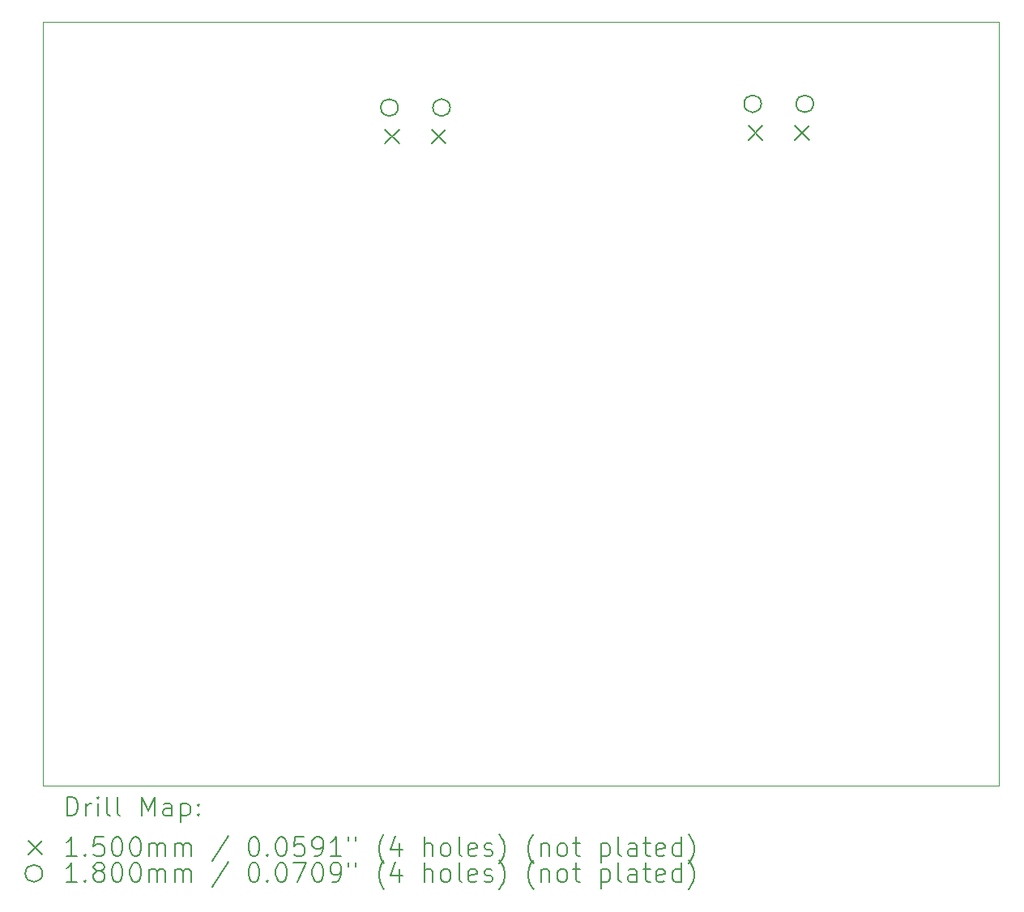
<source format=gbr>
%TF.GenerationSoftware,KiCad,Pcbnew,6.0.11-2627ca5db0~126~ubuntu22.04.1*%
%TF.CreationDate,2023-11-05T18:43:37+00:00*%
%TF.ProjectId,zx-spectrum-diagnostics,7a782d73-7065-4637-9472-756d2d646961,rev?*%
%TF.SameCoordinates,Original*%
%TF.FileFunction,Drillmap*%
%TF.FilePolarity,Positive*%
%FSLAX45Y45*%
G04 Gerber Fmt 4.5, Leading zero omitted, Abs format (unit mm)*
G04 Created by KiCad (PCBNEW 6.0.11-2627ca5db0~126~ubuntu22.04.1) date 2023-11-05 18:43:37*
%MOMM*%
%LPD*%
G01*
G04 APERTURE LIST*
%ADD10C,0.100000*%
%ADD11C,0.200000*%
%ADD12C,0.150000*%
%ADD13C,0.180000*%
G04 APERTURE END LIST*
D10*
X7470000Y-7417400D02*
X17461000Y-7417400D01*
X17461000Y-7417400D02*
X17461000Y-15405000D01*
X17461000Y-15405000D02*
X7470000Y-15405000D01*
X7470000Y-15405000D02*
X7470000Y-7417400D01*
D11*
D12*
X11045500Y-8543000D02*
X11195500Y-8693000D01*
X11195500Y-8543000D02*
X11045500Y-8693000D01*
X11530500Y-8543000D02*
X11680500Y-8693000D01*
X11680500Y-8543000D02*
X11530500Y-8693000D01*
X14842500Y-8503500D02*
X14992500Y-8653500D01*
X14992500Y-8503500D02*
X14842500Y-8653500D01*
X15327500Y-8503500D02*
X15477500Y-8653500D01*
X15477500Y-8503500D02*
X15327500Y-8653500D01*
D13*
X11180500Y-8315000D02*
G75*
G03*
X11180500Y-8315000I-90000J0D01*
G01*
X11725500Y-8315000D02*
G75*
G03*
X11725500Y-8315000I-90000J0D01*
G01*
X14977500Y-8275500D02*
G75*
G03*
X14977500Y-8275500I-90000J0D01*
G01*
X15522500Y-8275500D02*
G75*
G03*
X15522500Y-8275500I-90000J0D01*
G01*
D11*
X7722619Y-15720476D02*
X7722619Y-15520476D01*
X7770238Y-15520476D01*
X7798809Y-15530000D01*
X7817857Y-15549048D01*
X7827381Y-15568095D01*
X7836905Y-15606190D01*
X7836905Y-15634762D01*
X7827381Y-15672857D01*
X7817857Y-15691905D01*
X7798809Y-15710952D01*
X7770238Y-15720476D01*
X7722619Y-15720476D01*
X7922619Y-15720476D02*
X7922619Y-15587143D01*
X7922619Y-15625238D02*
X7932143Y-15606190D01*
X7941667Y-15596667D01*
X7960714Y-15587143D01*
X7979762Y-15587143D01*
X8046428Y-15720476D02*
X8046428Y-15587143D01*
X8046428Y-15520476D02*
X8036905Y-15530000D01*
X8046428Y-15539524D01*
X8055952Y-15530000D01*
X8046428Y-15520476D01*
X8046428Y-15539524D01*
X8170238Y-15720476D02*
X8151190Y-15710952D01*
X8141667Y-15691905D01*
X8141667Y-15520476D01*
X8275000Y-15720476D02*
X8255952Y-15710952D01*
X8246428Y-15691905D01*
X8246428Y-15520476D01*
X8503571Y-15720476D02*
X8503571Y-15520476D01*
X8570238Y-15663333D01*
X8636905Y-15520476D01*
X8636905Y-15720476D01*
X8817857Y-15720476D02*
X8817857Y-15615714D01*
X8808333Y-15596667D01*
X8789286Y-15587143D01*
X8751190Y-15587143D01*
X8732143Y-15596667D01*
X8817857Y-15710952D02*
X8798810Y-15720476D01*
X8751190Y-15720476D01*
X8732143Y-15710952D01*
X8722619Y-15691905D01*
X8722619Y-15672857D01*
X8732143Y-15653809D01*
X8751190Y-15644286D01*
X8798810Y-15644286D01*
X8817857Y-15634762D01*
X8913095Y-15587143D02*
X8913095Y-15787143D01*
X8913095Y-15596667D02*
X8932143Y-15587143D01*
X8970238Y-15587143D01*
X8989286Y-15596667D01*
X8998810Y-15606190D01*
X9008333Y-15625238D01*
X9008333Y-15682381D01*
X8998810Y-15701428D01*
X8989286Y-15710952D01*
X8970238Y-15720476D01*
X8932143Y-15720476D01*
X8913095Y-15710952D01*
X9094048Y-15701428D02*
X9103571Y-15710952D01*
X9094048Y-15720476D01*
X9084524Y-15710952D01*
X9094048Y-15701428D01*
X9094048Y-15720476D01*
X9094048Y-15596667D02*
X9103571Y-15606190D01*
X9094048Y-15615714D01*
X9084524Y-15606190D01*
X9094048Y-15596667D01*
X9094048Y-15615714D01*
D12*
X7315000Y-15975000D02*
X7465000Y-16125000D01*
X7465000Y-15975000D02*
X7315000Y-16125000D01*
D11*
X7827381Y-16140476D02*
X7713095Y-16140476D01*
X7770238Y-16140476D02*
X7770238Y-15940476D01*
X7751190Y-15969048D01*
X7732143Y-15988095D01*
X7713095Y-15997619D01*
X7913095Y-16121428D02*
X7922619Y-16130952D01*
X7913095Y-16140476D01*
X7903571Y-16130952D01*
X7913095Y-16121428D01*
X7913095Y-16140476D01*
X8103571Y-15940476D02*
X8008333Y-15940476D01*
X7998809Y-16035714D01*
X8008333Y-16026190D01*
X8027381Y-16016667D01*
X8075000Y-16016667D01*
X8094048Y-16026190D01*
X8103571Y-16035714D01*
X8113095Y-16054762D01*
X8113095Y-16102381D01*
X8103571Y-16121428D01*
X8094048Y-16130952D01*
X8075000Y-16140476D01*
X8027381Y-16140476D01*
X8008333Y-16130952D01*
X7998809Y-16121428D01*
X8236905Y-15940476D02*
X8255952Y-15940476D01*
X8275000Y-15950000D01*
X8284524Y-15959524D01*
X8294048Y-15978571D01*
X8303571Y-16016667D01*
X8303571Y-16064286D01*
X8294048Y-16102381D01*
X8284524Y-16121428D01*
X8275000Y-16130952D01*
X8255952Y-16140476D01*
X8236905Y-16140476D01*
X8217857Y-16130952D01*
X8208333Y-16121428D01*
X8198809Y-16102381D01*
X8189286Y-16064286D01*
X8189286Y-16016667D01*
X8198809Y-15978571D01*
X8208333Y-15959524D01*
X8217857Y-15950000D01*
X8236905Y-15940476D01*
X8427381Y-15940476D02*
X8446429Y-15940476D01*
X8465476Y-15950000D01*
X8475000Y-15959524D01*
X8484524Y-15978571D01*
X8494048Y-16016667D01*
X8494048Y-16064286D01*
X8484524Y-16102381D01*
X8475000Y-16121428D01*
X8465476Y-16130952D01*
X8446429Y-16140476D01*
X8427381Y-16140476D01*
X8408333Y-16130952D01*
X8398810Y-16121428D01*
X8389286Y-16102381D01*
X8379762Y-16064286D01*
X8379762Y-16016667D01*
X8389286Y-15978571D01*
X8398810Y-15959524D01*
X8408333Y-15950000D01*
X8427381Y-15940476D01*
X8579762Y-16140476D02*
X8579762Y-16007143D01*
X8579762Y-16026190D02*
X8589286Y-16016667D01*
X8608333Y-16007143D01*
X8636905Y-16007143D01*
X8655952Y-16016667D01*
X8665476Y-16035714D01*
X8665476Y-16140476D01*
X8665476Y-16035714D02*
X8675000Y-16016667D01*
X8694048Y-16007143D01*
X8722619Y-16007143D01*
X8741667Y-16016667D01*
X8751190Y-16035714D01*
X8751190Y-16140476D01*
X8846429Y-16140476D02*
X8846429Y-16007143D01*
X8846429Y-16026190D02*
X8855952Y-16016667D01*
X8875000Y-16007143D01*
X8903571Y-16007143D01*
X8922619Y-16016667D01*
X8932143Y-16035714D01*
X8932143Y-16140476D01*
X8932143Y-16035714D02*
X8941667Y-16016667D01*
X8960714Y-16007143D01*
X8989286Y-16007143D01*
X9008333Y-16016667D01*
X9017857Y-16035714D01*
X9017857Y-16140476D01*
X9408333Y-15930952D02*
X9236905Y-16188095D01*
X9665476Y-15940476D02*
X9684524Y-15940476D01*
X9703571Y-15950000D01*
X9713095Y-15959524D01*
X9722619Y-15978571D01*
X9732143Y-16016667D01*
X9732143Y-16064286D01*
X9722619Y-16102381D01*
X9713095Y-16121428D01*
X9703571Y-16130952D01*
X9684524Y-16140476D01*
X9665476Y-16140476D01*
X9646429Y-16130952D01*
X9636905Y-16121428D01*
X9627381Y-16102381D01*
X9617857Y-16064286D01*
X9617857Y-16016667D01*
X9627381Y-15978571D01*
X9636905Y-15959524D01*
X9646429Y-15950000D01*
X9665476Y-15940476D01*
X9817857Y-16121428D02*
X9827381Y-16130952D01*
X9817857Y-16140476D01*
X9808333Y-16130952D01*
X9817857Y-16121428D01*
X9817857Y-16140476D01*
X9951190Y-15940476D02*
X9970238Y-15940476D01*
X9989286Y-15950000D01*
X9998810Y-15959524D01*
X10008333Y-15978571D01*
X10017857Y-16016667D01*
X10017857Y-16064286D01*
X10008333Y-16102381D01*
X9998810Y-16121428D01*
X9989286Y-16130952D01*
X9970238Y-16140476D01*
X9951190Y-16140476D01*
X9932143Y-16130952D01*
X9922619Y-16121428D01*
X9913095Y-16102381D01*
X9903571Y-16064286D01*
X9903571Y-16016667D01*
X9913095Y-15978571D01*
X9922619Y-15959524D01*
X9932143Y-15950000D01*
X9951190Y-15940476D01*
X10198810Y-15940476D02*
X10103571Y-15940476D01*
X10094048Y-16035714D01*
X10103571Y-16026190D01*
X10122619Y-16016667D01*
X10170238Y-16016667D01*
X10189286Y-16026190D01*
X10198810Y-16035714D01*
X10208333Y-16054762D01*
X10208333Y-16102381D01*
X10198810Y-16121428D01*
X10189286Y-16130952D01*
X10170238Y-16140476D01*
X10122619Y-16140476D01*
X10103571Y-16130952D01*
X10094048Y-16121428D01*
X10303571Y-16140476D02*
X10341667Y-16140476D01*
X10360714Y-16130952D01*
X10370238Y-16121428D01*
X10389286Y-16092857D01*
X10398810Y-16054762D01*
X10398810Y-15978571D01*
X10389286Y-15959524D01*
X10379762Y-15950000D01*
X10360714Y-15940476D01*
X10322619Y-15940476D01*
X10303571Y-15950000D01*
X10294048Y-15959524D01*
X10284524Y-15978571D01*
X10284524Y-16026190D01*
X10294048Y-16045238D01*
X10303571Y-16054762D01*
X10322619Y-16064286D01*
X10360714Y-16064286D01*
X10379762Y-16054762D01*
X10389286Y-16045238D01*
X10398810Y-16026190D01*
X10589286Y-16140476D02*
X10475000Y-16140476D01*
X10532143Y-16140476D02*
X10532143Y-15940476D01*
X10513095Y-15969048D01*
X10494048Y-15988095D01*
X10475000Y-15997619D01*
X10665476Y-15940476D02*
X10665476Y-15978571D01*
X10741667Y-15940476D02*
X10741667Y-15978571D01*
X11036905Y-16216667D02*
X11027381Y-16207143D01*
X11008333Y-16178571D01*
X10998810Y-16159524D01*
X10989286Y-16130952D01*
X10979762Y-16083333D01*
X10979762Y-16045238D01*
X10989286Y-15997619D01*
X10998810Y-15969048D01*
X11008333Y-15950000D01*
X11027381Y-15921428D01*
X11036905Y-15911905D01*
X11198809Y-16007143D02*
X11198809Y-16140476D01*
X11151190Y-15930952D02*
X11103571Y-16073809D01*
X11227381Y-16073809D01*
X11455952Y-16140476D02*
X11455952Y-15940476D01*
X11541667Y-16140476D02*
X11541667Y-16035714D01*
X11532143Y-16016667D01*
X11513095Y-16007143D01*
X11484524Y-16007143D01*
X11465476Y-16016667D01*
X11455952Y-16026190D01*
X11665476Y-16140476D02*
X11646428Y-16130952D01*
X11636905Y-16121428D01*
X11627381Y-16102381D01*
X11627381Y-16045238D01*
X11636905Y-16026190D01*
X11646428Y-16016667D01*
X11665476Y-16007143D01*
X11694048Y-16007143D01*
X11713095Y-16016667D01*
X11722619Y-16026190D01*
X11732143Y-16045238D01*
X11732143Y-16102381D01*
X11722619Y-16121428D01*
X11713095Y-16130952D01*
X11694048Y-16140476D01*
X11665476Y-16140476D01*
X11846428Y-16140476D02*
X11827381Y-16130952D01*
X11817857Y-16111905D01*
X11817857Y-15940476D01*
X11998809Y-16130952D02*
X11979762Y-16140476D01*
X11941667Y-16140476D01*
X11922619Y-16130952D01*
X11913095Y-16111905D01*
X11913095Y-16035714D01*
X11922619Y-16016667D01*
X11941667Y-16007143D01*
X11979762Y-16007143D01*
X11998809Y-16016667D01*
X12008333Y-16035714D01*
X12008333Y-16054762D01*
X11913095Y-16073809D01*
X12084524Y-16130952D02*
X12103571Y-16140476D01*
X12141667Y-16140476D01*
X12160714Y-16130952D01*
X12170238Y-16111905D01*
X12170238Y-16102381D01*
X12160714Y-16083333D01*
X12141667Y-16073809D01*
X12113095Y-16073809D01*
X12094048Y-16064286D01*
X12084524Y-16045238D01*
X12084524Y-16035714D01*
X12094048Y-16016667D01*
X12113095Y-16007143D01*
X12141667Y-16007143D01*
X12160714Y-16016667D01*
X12236905Y-16216667D02*
X12246428Y-16207143D01*
X12265476Y-16178571D01*
X12275000Y-16159524D01*
X12284524Y-16130952D01*
X12294048Y-16083333D01*
X12294048Y-16045238D01*
X12284524Y-15997619D01*
X12275000Y-15969048D01*
X12265476Y-15950000D01*
X12246428Y-15921428D01*
X12236905Y-15911905D01*
X12598809Y-16216667D02*
X12589286Y-16207143D01*
X12570238Y-16178571D01*
X12560714Y-16159524D01*
X12551190Y-16130952D01*
X12541667Y-16083333D01*
X12541667Y-16045238D01*
X12551190Y-15997619D01*
X12560714Y-15969048D01*
X12570238Y-15950000D01*
X12589286Y-15921428D01*
X12598809Y-15911905D01*
X12675000Y-16007143D02*
X12675000Y-16140476D01*
X12675000Y-16026190D02*
X12684524Y-16016667D01*
X12703571Y-16007143D01*
X12732143Y-16007143D01*
X12751190Y-16016667D01*
X12760714Y-16035714D01*
X12760714Y-16140476D01*
X12884524Y-16140476D02*
X12865476Y-16130952D01*
X12855952Y-16121428D01*
X12846428Y-16102381D01*
X12846428Y-16045238D01*
X12855952Y-16026190D01*
X12865476Y-16016667D01*
X12884524Y-16007143D01*
X12913095Y-16007143D01*
X12932143Y-16016667D01*
X12941667Y-16026190D01*
X12951190Y-16045238D01*
X12951190Y-16102381D01*
X12941667Y-16121428D01*
X12932143Y-16130952D01*
X12913095Y-16140476D01*
X12884524Y-16140476D01*
X13008333Y-16007143D02*
X13084524Y-16007143D01*
X13036905Y-15940476D02*
X13036905Y-16111905D01*
X13046428Y-16130952D01*
X13065476Y-16140476D01*
X13084524Y-16140476D01*
X13303571Y-16007143D02*
X13303571Y-16207143D01*
X13303571Y-16016667D02*
X13322619Y-16007143D01*
X13360714Y-16007143D01*
X13379762Y-16016667D01*
X13389286Y-16026190D01*
X13398809Y-16045238D01*
X13398809Y-16102381D01*
X13389286Y-16121428D01*
X13379762Y-16130952D01*
X13360714Y-16140476D01*
X13322619Y-16140476D01*
X13303571Y-16130952D01*
X13513095Y-16140476D02*
X13494048Y-16130952D01*
X13484524Y-16111905D01*
X13484524Y-15940476D01*
X13675000Y-16140476D02*
X13675000Y-16035714D01*
X13665476Y-16016667D01*
X13646428Y-16007143D01*
X13608333Y-16007143D01*
X13589286Y-16016667D01*
X13675000Y-16130952D02*
X13655952Y-16140476D01*
X13608333Y-16140476D01*
X13589286Y-16130952D01*
X13579762Y-16111905D01*
X13579762Y-16092857D01*
X13589286Y-16073809D01*
X13608333Y-16064286D01*
X13655952Y-16064286D01*
X13675000Y-16054762D01*
X13741667Y-16007143D02*
X13817857Y-16007143D01*
X13770238Y-15940476D02*
X13770238Y-16111905D01*
X13779762Y-16130952D01*
X13798809Y-16140476D01*
X13817857Y-16140476D01*
X13960714Y-16130952D02*
X13941667Y-16140476D01*
X13903571Y-16140476D01*
X13884524Y-16130952D01*
X13875000Y-16111905D01*
X13875000Y-16035714D01*
X13884524Y-16016667D01*
X13903571Y-16007143D01*
X13941667Y-16007143D01*
X13960714Y-16016667D01*
X13970238Y-16035714D01*
X13970238Y-16054762D01*
X13875000Y-16073809D01*
X14141667Y-16140476D02*
X14141667Y-15940476D01*
X14141667Y-16130952D02*
X14122619Y-16140476D01*
X14084524Y-16140476D01*
X14065476Y-16130952D01*
X14055952Y-16121428D01*
X14046428Y-16102381D01*
X14046428Y-16045238D01*
X14055952Y-16026190D01*
X14065476Y-16016667D01*
X14084524Y-16007143D01*
X14122619Y-16007143D01*
X14141667Y-16016667D01*
X14217857Y-16216667D02*
X14227381Y-16207143D01*
X14246428Y-16178571D01*
X14255952Y-16159524D01*
X14265476Y-16130952D01*
X14275000Y-16083333D01*
X14275000Y-16045238D01*
X14265476Y-15997619D01*
X14255952Y-15969048D01*
X14246428Y-15950000D01*
X14227381Y-15921428D01*
X14217857Y-15911905D01*
D13*
X7465000Y-16320000D02*
G75*
G03*
X7465000Y-16320000I-90000J0D01*
G01*
D11*
X7827381Y-16410476D02*
X7713095Y-16410476D01*
X7770238Y-16410476D02*
X7770238Y-16210476D01*
X7751190Y-16239048D01*
X7732143Y-16258095D01*
X7713095Y-16267619D01*
X7913095Y-16391428D02*
X7922619Y-16400952D01*
X7913095Y-16410476D01*
X7903571Y-16400952D01*
X7913095Y-16391428D01*
X7913095Y-16410476D01*
X8036905Y-16296190D02*
X8017857Y-16286667D01*
X8008333Y-16277143D01*
X7998809Y-16258095D01*
X7998809Y-16248571D01*
X8008333Y-16229524D01*
X8017857Y-16220000D01*
X8036905Y-16210476D01*
X8075000Y-16210476D01*
X8094048Y-16220000D01*
X8103571Y-16229524D01*
X8113095Y-16248571D01*
X8113095Y-16258095D01*
X8103571Y-16277143D01*
X8094048Y-16286667D01*
X8075000Y-16296190D01*
X8036905Y-16296190D01*
X8017857Y-16305714D01*
X8008333Y-16315238D01*
X7998809Y-16334286D01*
X7998809Y-16372381D01*
X8008333Y-16391428D01*
X8017857Y-16400952D01*
X8036905Y-16410476D01*
X8075000Y-16410476D01*
X8094048Y-16400952D01*
X8103571Y-16391428D01*
X8113095Y-16372381D01*
X8113095Y-16334286D01*
X8103571Y-16315238D01*
X8094048Y-16305714D01*
X8075000Y-16296190D01*
X8236905Y-16210476D02*
X8255952Y-16210476D01*
X8275000Y-16220000D01*
X8284524Y-16229524D01*
X8294048Y-16248571D01*
X8303571Y-16286667D01*
X8303571Y-16334286D01*
X8294048Y-16372381D01*
X8284524Y-16391428D01*
X8275000Y-16400952D01*
X8255952Y-16410476D01*
X8236905Y-16410476D01*
X8217857Y-16400952D01*
X8208333Y-16391428D01*
X8198809Y-16372381D01*
X8189286Y-16334286D01*
X8189286Y-16286667D01*
X8198809Y-16248571D01*
X8208333Y-16229524D01*
X8217857Y-16220000D01*
X8236905Y-16210476D01*
X8427381Y-16210476D02*
X8446429Y-16210476D01*
X8465476Y-16220000D01*
X8475000Y-16229524D01*
X8484524Y-16248571D01*
X8494048Y-16286667D01*
X8494048Y-16334286D01*
X8484524Y-16372381D01*
X8475000Y-16391428D01*
X8465476Y-16400952D01*
X8446429Y-16410476D01*
X8427381Y-16410476D01*
X8408333Y-16400952D01*
X8398810Y-16391428D01*
X8389286Y-16372381D01*
X8379762Y-16334286D01*
X8379762Y-16286667D01*
X8389286Y-16248571D01*
X8398810Y-16229524D01*
X8408333Y-16220000D01*
X8427381Y-16210476D01*
X8579762Y-16410476D02*
X8579762Y-16277143D01*
X8579762Y-16296190D02*
X8589286Y-16286667D01*
X8608333Y-16277143D01*
X8636905Y-16277143D01*
X8655952Y-16286667D01*
X8665476Y-16305714D01*
X8665476Y-16410476D01*
X8665476Y-16305714D02*
X8675000Y-16286667D01*
X8694048Y-16277143D01*
X8722619Y-16277143D01*
X8741667Y-16286667D01*
X8751190Y-16305714D01*
X8751190Y-16410476D01*
X8846429Y-16410476D02*
X8846429Y-16277143D01*
X8846429Y-16296190D02*
X8855952Y-16286667D01*
X8875000Y-16277143D01*
X8903571Y-16277143D01*
X8922619Y-16286667D01*
X8932143Y-16305714D01*
X8932143Y-16410476D01*
X8932143Y-16305714D02*
X8941667Y-16286667D01*
X8960714Y-16277143D01*
X8989286Y-16277143D01*
X9008333Y-16286667D01*
X9017857Y-16305714D01*
X9017857Y-16410476D01*
X9408333Y-16200952D02*
X9236905Y-16458095D01*
X9665476Y-16210476D02*
X9684524Y-16210476D01*
X9703571Y-16220000D01*
X9713095Y-16229524D01*
X9722619Y-16248571D01*
X9732143Y-16286667D01*
X9732143Y-16334286D01*
X9722619Y-16372381D01*
X9713095Y-16391428D01*
X9703571Y-16400952D01*
X9684524Y-16410476D01*
X9665476Y-16410476D01*
X9646429Y-16400952D01*
X9636905Y-16391428D01*
X9627381Y-16372381D01*
X9617857Y-16334286D01*
X9617857Y-16286667D01*
X9627381Y-16248571D01*
X9636905Y-16229524D01*
X9646429Y-16220000D01*
X9665476Y-16210476D01*
X9817857Y-16391428D02*
X9827381Y-16400952D01*
X9817857Y-16410476D01*
X9808333Y-16400952D01*
X9817857Y-16391428D01*
X9817857Y-16410476D01*
X9951190Y-16210476D02*
X9970238Y-16210476D01*
X9989286Y-16220000D01*
X9998810Y-16229524D01*
X10008333Y-16248571D01*
X10017857Y-16286667D01*
X10017857Y-16334286D01*
X10008333Y-16372381D01*
X9998810Y-16391428D01*
X9989286Y-16400952D01*
X9970238Y-16410476D01*
X9951190Y-16410476D01*
X9932143Y-16400952D01*
X9922619Y-16391428D01*
X9913095Y-16372381D01*
X9903571Y-16334286D01*
X9903571Y-16286667D01*
X9913095Y-16248571D01*
X9922619Y-16229524D01*
X9932143Y-16220000D01*
X9951190Y-16210476D01*
X10084524Y-16210476D02*
X10217857Y-16210476D01*
X10132143Y-16410476D01*
X10332143Y-16210476D02*
X10351190Y-16210476D01*
X10370238Y-16220000D01*
X10379762Y-16229524D01*
X10389286Y-16248571D01*
X10398810Y-16286667D01*
X10398810Y-16334286D01*
X10389286Y-16372381D01*
X10379762Y-16391428D01*
X10370238Y-16400952D01*
X10351190Y-16410476D01*
X10332143Y-16410476D01*
X10313095Y-16400952D01*
X10303571Y-16391428D01*
X10294048Y-16372381D01*
X10284524Y-16334286D01*
X10284524Y-16286667D01*
X10294048Y-16248571D01*
X10303571Y-16229524D01*
X10313095Y-16220000D01*
X10332143Y-16210476D01*
X10494048Y-16410476D02*
X10532143Y-16410476D01*
X10551190Y-16400952D01*
X10560714Y-16391428D01*
X10579762Y-16362857D01*
X10589286Y-16324762D01*
X10589286Y-16248571D01*
X10579762Y-16229524D01*
X10570238Y-16220000D01*
X10551190Y-16210476D01*
X10513095Y-16210476D01*
X10494048Y-16220000D01*
X10484524Y-16229524D01*
X10475000Y-16248571D01*
X10475000Y-16296190D01*
X10484524Y-16315238D01*
X10494048Y-16324762D01*
X10513095Y-16334286D01*
X10551190Y-16334286D01*
X10570238Y-16324762D01*
X10579762Y-16315238D01*
X10589286Y-16296190D01*
X10665476Y-16210476D02*
X10665476Y-16248571D01*
X10741667Y-16210476D02*
X10741667Y-16248571D01*
X11036905Y-16486667D02*
X11027381Y-16477143D01*
X11008333Y-16448571D01*
X10998810Y-16429524D01*
X10989286Y-16400952D01*
X10979762Y-16353333D01*
X10979762Y-16315238D01*
X10989286Y-16267619D01*
X10998810Y-16239048D01*
X11008333Y-16220000D01*
X11027381Y-16191428D01*
X11036905Y-16181905D01*
X11198809Y-16277143D02*
X11198809Y-16410476D01*
X11151190Y-16200952D02*
X11103571Y-16343809D01*
X11227381Y-16343809D01*
X11455952Y-16410476D02*
X11455952Y-16210476D01*
X11541667Y-16410476D02*
X11541667Y-16305714D01*
X11532143Y-16286667D01*
X11513095Y-16277143D01*
X11484524Y-16277143D01*
X11465476Y-16286667D01*
X11455952Y-16296190D01*
X11665476Y-16410476D02*
X11646428Y-16400952D01*
X11636905Y-16391428D01*
X11627381Y-16372381D01*
X11627381Y-16315238D01*
X11636905Y-16296190D01*
X11646428Y-16286667D01*
X11665476Y-16277143D01*
X11694048Y-16277143D01*
X11713095Y-16286667D01*
X11722619Y-16296190D01*
X11732143Y-16315238D01*
X11732143Y-16372381D01*
X11722619Y-16391428D01*
X11713095Y-16400952D01*
X11694048Y-16410476D01*
X11665476Y-16410476D01*
X11846428Y-16410476D02*
X11827381Y-16400952D01*
X11817857Y-16381905D01*
X11817857Y-16210476D01*
X11998809Y-16400952D02*
X11979762Y-16410476D01*
X11941667Y-16410476D01*
X11922619Y-16400952D01*
X11913095Y-16381905D01*
X11913095Y-16305714D01*
X11922619Y-16286667D01*
X11941667Y-16277143D01*
X11979762Y-16277143D01*
X11998809Y-16286667D01*
X12008333Y-16305714D01*
X12008333Y-16324762D01*
X11913095Y-16343809D01*
X12084524Y-16400952D02*
X12103571Y-16410476D01*
X12141667Y-16410476D01*
X12160714Y-16400952D01*
X12170238Y-16381905D01*
X12170238Y-16372381D01*
X12160714Y-16353333D01*
X12141667Y-16343809D01*
X12113095Y-16343809D01*
X12094048Y-16334286D01*
X12084524Y-16315238D01*
X12084524Y-16305714D01*
X12094048Y-16286667D01*
X12113095Y-16277143D01*
X12141667Y-16277143D01*
X12160714Y-16286667D01*
X12236905Y-16486667D02*
X12246428Y-16477143D01*
X12265476Y-16448571D01*
X12275000Y-16429524D01*
X12284524Y-16400952D01*
X12294048Y-16353333D01*
X12294048Y-16315238D01*
X12284524Y-16267619D01*
X12275000Y-16239048D01*
X12265476Y-16220000D01*
X12246428Y-16191428D01*
X12236905Y-16181905D01*
X12598809Y-16486667D02*
X12589286Y-16477143D01*
X12570238Y-16448571D01*
X12560714Y-16429524D01*
X12551190Y-16400952D01*
X12541667Y-16353333D01*
X12541667Y-16315238D01*
X12551190Y-16267619D01*
X12560714Y-16239048D01*
X12570238Y-16220000D01*
X12589286Y-16191428D01*
X12598809Y-16181905D01*
X12675000Y-16277143D02*
X12675000Y-16410476D01*
X12675000Y-16296190D02*
X12684524Y-16286667D01*
X12703571Y-16277143D01*
X12732143Y-16277143D01*
X12751190Y-16286667D01*
X12760714Y-16305714D01*
X12760714Y-16410476D01*
X12884524Y-16410476D02*
X12865476Y-16400952D01*
X12855952Y-16391428D01*
X12846428Y-16372381D01*
X12846428Y-16315238D01*
X12855952Y-16296190D01*
X12865476Y-16286667D01*
X12884524Y-16277143D01*
X12913095Y-16277143D01*
X12932143Y-16286667D01*
X12941667Y-16296190D01*
X12951190Y-16315238D01*
X12951190Y-16372381D01*
X12941667Y-16391428D01*
X12932143Y-16400952D01*
X12913095Y-16410476D01*
X12884524Y-16410476D01*
X13008333Y-16277143D02*
X13084524Y-16277143D01*
X13036905Y-16210476D02*
X13036905Y-16381905D01*
X13046428Y-16400952D01*
X13065476Y-16410476D01*
X13084524Y-16410476D01*
X13303571Y-16277143D02*
X13303571Y-16477143D01*
X13303571Y-16286667D02*
X13322619Y-16277143D01*
X13360714Y-16277143D01*
X13379762Y-16286667D01*
X13389286Y-16296190D01*
X13398809Y-16315238D01*
X13398809Y-16372381D01*
X13389286Y-16391428D01*
X13379762Y-16400952D01*
X13360714Y-16410476D01*
X13322619Y-16410476D01*
X13303571Y-16400952D01*
X13513095Y-16410476D02*
X13494048Y-16400952D01*
X13484524Y-16381905D01*
X13484524Y-16210476D01*
X13675000Y-16410476D02*
X13675000Y-16305714D01*
X13665476Y-16286667D01*
X13646428Y-16277143D01*
X13608333Y-16277143D01*
X13589286Y-16286667D01*
X13675000Y-16400952D02*
X13655952Y-16410476D01*
X13608333Y-16410476D01*
X13589286Y-16400952D01*
X13579762Y-16381905D01*
X13579762Y-16362857D01*
X13589286Y-16343809D01*
X13608333Y-16334286D01*
X13655952Y-16334286D01*
X13675000Y-16324762D01*
X13741667Y-16277143D02*
X13817857Y-16277143D01*
X13770238Y-16210476D02*
X13770238Y-16381905D01*
X13779762Y-16400952D01*
X13798809Y-16410476D01*
X13817857Y-16410476D01*
X13960714Y-16400952D02*
X13941667Y-16410476D01*
X13903571Y-16410476D01*
X13884524Y-16400952D01*
X13875000Y-16381905D01*
X13875000Y-16305714D01*
X13884524Y-16286667D01*
X13903571Y-16277143D01*
X13941667Y-16277143D01*
X13960714Y-16286667D01*
X13970238Y-16305714D01*
X13970238Y-16324762D01*
X13875000Y-16343809D01*
X14141667Y-16410476D02*
X14141667Y-16210476D01*
X14141667Y-16400952D02*
X14122619Y-16410476D01*
X14084524Y-16410476D01*
X14065476Y-16400952D01*
X14055952Y-16391428D01*
X14046428Y-16372381D01*
X14046428Y-16315238D01*
X14055952Y-16296190D01*
X14065476Y-16286667D01*
X14084524Y-16277143D01*
X14122619Y-16277143D01*
X14141667Y-16286667D01*
X14217857Y-16486667D02*
X14227381Y-16477143D01*
X14246428Y-16448571D01*
X14255952Y-16429524D01*
X14265476Y-16400952D01*
X14275000Y-16353333D01*
X14275000Y-16315238D01*
X14265476Y-16267619D01*
X14255952Y-16239048D01*
X14246428Y-16220000D01*
X14227381Y-16191428D01*
X14217857Y-16181905D01*
M02*

</source>
